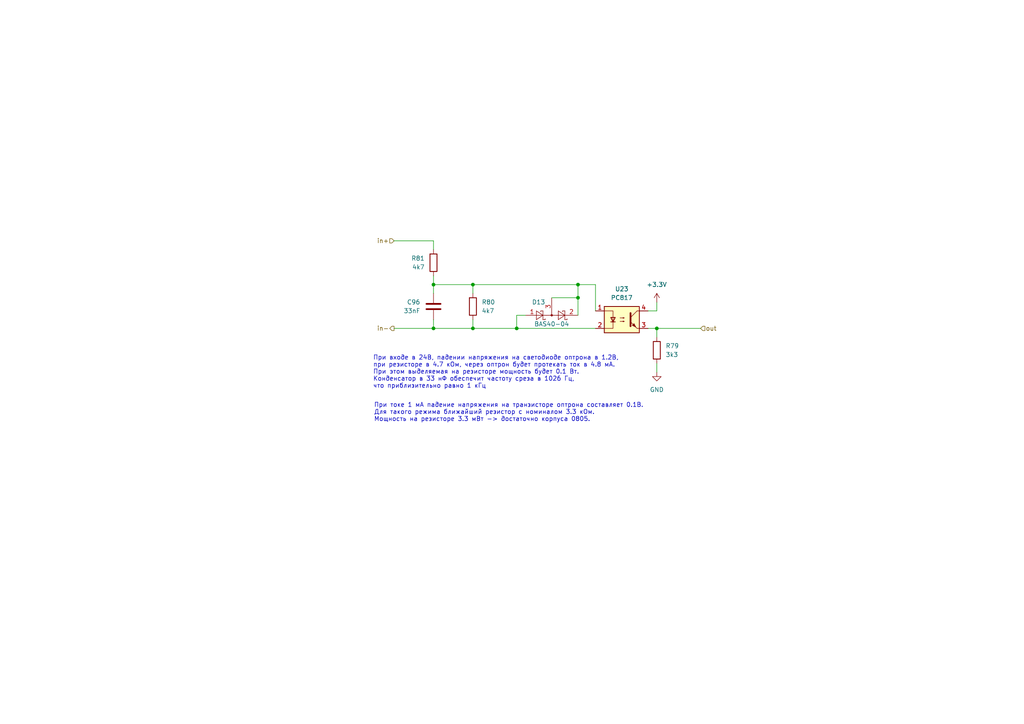
<source format=kicad_sch>
(kicad_sch (version 20231120) (generator "eeschema") (generator_version "8.0")
  (paper "A4")
  (lib_symbols
    (symbol "Device:C" (pin_numbers hide) (pin_names (offset 0.254))
      (property "Reference" "C" (at 0.635 2.54 0))
      (property "Value" "C" (at 0.635 -2.54 0))
      (symbol "C_0_1"
        (polyline (pts (xy -2.032 -0.762) (xy 2.032 -0.762)) (stroke (width 0.508)))
        (polyline (pts (xy -2.032 0.762) (xy 2.032 0.762)) (stroke (width 0.508)))
      )
      (symbol "C_1_1"
        (pin passive line (at 0 3.81 270) (length 2.794) (name "~") (number "1"))
        (pin passive line (at 0 -3.81 90) (length 2.794) (name "~") (number "2"))
      )
    )
    (symbol "Device:R" (pin_numbers hide) (pin_names (offset 0))
      (property "Reference" "R" (at 2.032 0 90))
      (property "Value" "R" (at 0 0 90))
      (symbol "R_0_1"
        (rectangle (start -1.016 -2.54) (end 1.016 2.54) (stroke (width 0.254)))
      )
      (symbol "R_1_1"
        (pin passive line (at 0 3.81 270) (length 1.27) (name "~") (number "1"))
        (pin passive line (at 0 -3.81 90) (length 1.27) (name "~") (number "2"))
      )
    )
    (symbol "Diode:BAS40-04" (pin_names (offset 1.016))
      (property "Reference" "D" (at 0.635 -1.27 0))
      (property "Value" "BAS40-04" (at -6.35 5.715 0))
      (symbol "BAS40-04_0_1"
        (polyline (pts (xy -3.81 2.54) (xy -1.27 2.54)))
        (polyline (pts (xy -3.175 1.27) (xy -3.175 1.524)))
        (polyline (pts (xy -2.54 1.27) (xy -3.175 1.27)))
        (polyline (pts (xy -2.54 1.27) (xy -2.54 3.81)))
        (polyline (pts (xy -2.54 3.81) (xy -1.905 3.81)))
        (polyline (pts (xy -1.905 2.54) (xy 1.905 2.54)))
        (polyline (pts (xy -1.905 3.81) (xy -1.905 3.556)))
        (polyline (pts (xy 1.27 2.54) (xy 3.81 2.54)))
        (polyline (pts (xy 3.175 1.27) (xy 3.175 1.524)))
        (polyline (pts (xy 3.81 1.27) (xy 3.175 1.27)))
        (polyline (pts (xy 3.81 1.27) (xy 3.81 3.81)))
        (polyline (pts (xy 3.81 3.81) (xy 4.445 3.81)))
        (polyline (pts (xy 4.445 3.81) (xy 4.445 3.556)))
        (polyline (pts (xy -4.445 3.81) (xy -4.445 1.27) (xy -2.54 2.54) (xy -4.445 3.81)))
        (polyline (pts (xy 1.905 3.81) (xy 1.905 1.27) (xy 3.81 2.54) (xy 1.905 3.81)))
        (circle (center 0 2.54) (radius 0.254) (fill (type outline)))
      )
      (symbol "BAS40-04_1_1"
        (pin passive line (at -7.62 2.54 0) (length 3.81) (name "~") (number "1"))
        (pin passive line (at 7.62 2.54 180) (length 3.81) (name "~") (number "2"))
        (pin passive line (at 0 -2.54 90) (length 5.08) (name "~") (number "3"))
      )
    )
    (symbol "Isolator:PC817" (pin_names (offset 1.016))
      (property "Reference" "U" (at -5.08 5.08 0))
      (property "Value" "PC817" (at 0 5.08 0))
      (symbol "PC817_0_1"
        (rectangle (start -5.08 3.81) (end 5.08 -3.81) (stroke (width 0.254)) (fill (type background)))
        (polyline (pts (xy -3.175 -0.635) (xy -1.905 -0.635)) (stroke (width 0.254)))
        (polyline (pts (xy 2.54 0.635) (xy 4.445 2.54)))
        (polyline (pts (xy 4.445 -2.54) (xy 2.54 -0.635)) (fill (type outline)))
        (polyline (pts (xy 4.445 -2.54) (xy 5.08 -2.54)))
        (polyline (pts (xy 4.445 2.54) (xy 5.08 2.54)))
        (polyline (pts (xy -5.08 2.54) (xy -2.54 2.54) (xy -2.54 -0.635)))
        (polyline (pts (xy -2.54 -0.635) (xy -2.54 -2.54) (xy -5.08 -2.54)))
        (polyline (pts (xy 2.54 1.905) (xy 2.54 -1.905) (xy 2.54 -1.905)) (stroke (width 0.508)))
        (polyline (pts (xy -2.54 -0.635) (xy -3.175 0.635) (xy -1.905 0.635) (xy -2.54 -0.635)) (stroke (width 0.254)))
        (polyline (pts (xy -0.508 -0.508) (xy 0.762 -0.508) (xy 0.381 -0.635) (xy 0.381 -0.381) (xy 0.762 -0.508)))
        (polyline (pts (xy -0.508 0.508) (xy 0.762 0.508) (xy 0.381 0.381) (xy 0.381 0.635) (xy 0.762 0.508)))
        (polyline (pts (xy 3.048 -1.651) (xy 3.556 -1.143) (xy 4.064 -2.159) (xy 3.048 -1.651) (xy 3.048 -1.651)) (fill (type outline)))
      )
      (symbol "PC817_1_1"
        (pin passive line (at -7.62 2.54 0) (length 2.54) (name "~") (number "1"))
        (pin passive line (at -7.62 -2.54 0) (length 2.54) (name "~") (number "2"))
        (pin passive line (at 7.62 -2.54 180) (length 2.54) (name "~") (number "3"))
        (pin passive line (at 7.62 2.54 180) (length 2.54) (name "~") (number "4"))
      )
    )
    (symbol "power:+3.3V" (power) (pin_numbers hide) (pin_names (offset 0) hide)
      (property "Value" "+3.3V" (at 0 3.556 0))
      (symbol "+3.3V_0_1"
        (polyline (pts (xy -0.762 1.27) (xy 0 2.54)))
        (polyline (pts (xy 0 0) (xy 0 2.54)))
        (polyline (pts (xy 0 2.54) (xy 0.762 1.27)))
      )
      (symbol "+3.3V_1_1"
        (pin power_in line (at 0 0 90) (length 0) (name "~") (number "1"))
      )
    )
    (symbol "power:GND" (power) (pin_numbers hide) (pin_names (offset 0) hide)
      (property "Value" "GND" (at 0 -3.81 0))
      (symbol "GND_0_1"
        (polyline (pts (xy 0 0) (xy 0 -1.27) (xy 1.27 -1.27) (xy 0 -2.54) (xy -1.27 -1.27) (xy 0 -1.27)))
      )
      (symbol "GND_1_1"
        (pin power_in line (at 0 0 270) (length 0) (name "~") (number "1"))
      )
    )
  )
  (junction (at 125.73 82.55))
  (junction (at 190.5 95.25))
  (junction (at 137.16 82.55))
  (junction (at 137.16 95.25))
  (junction (at 167.64 86.36))
  (junction (at 125.73 95.25))
  (junction (at 149.86 95.25))
  (junction (at 167.64 82.55))
  (wire (pts (xy 187.96 95.25) (xy 190.5 95.25)))
  (wire (pts (xy 190.5 87.63) (xy 190.5 90.17)))
  (wire (pts (xy 190.5 95.25) (xy 190.5 97.79)))
  (wire (pts (xy 125.73 72.39) (xy 125.73 69.85)))
  (wire (pts (xy 172.72 82.55) (xy 172.72 90.17)))
  (wire (pts (xy 190.5 95.25) (xy 203.2 95.25)))
  (wire (pts (xy 172.72 95.25) (xy 149.86 95.25)))
  (wire (pts (xy 137.16 82.55) (xy 125.73 82.55)))
  (wire (pts (xy 167.64 86.36) (xy 167.64 91.44)))
  (wire (pts (xy 167.64 82.55) (xy 137.16 82.55)))
  (wire (pts (xy 125.73 80.01) (xy 125.73 82.55)))
  (wire (pts (xy 125.73 92.71) (xy 125.73 95.25)))
  (wire (pts (xy 160.02 86.36) (xy 167.64 86.36)))
  (wire (pts (xy 137.16 82.55) (xy 137.16 85.09)))
  (wire (pts (xy 190.5 105.41) (xy 190.5 107.95)))
  (wire (pts (xy 190.5 90.17) (xy 187.96 90.17)))
  (wire (pts (xy 149.86 95.25) (xy 137.16 95.25)))
  (wire (pts (xy 152.4 91.44) (xy 149.86 91.44)))
  (wire (pts (xy 125.73 82.55) (xy 125.73 85.09)))
  (wire (pts (xy 167.64 82.55) (xy 167.64 86.36)))
  (wire (pts (xy 149.86 91.44) (xy 149.86 95.25)))
  (wire (pts (xy 125.73 95.25) (xy 114.3 95.25)))
  (wire (pts (xy 172.72 82.55) (xy 167.64 82.55)))
  (wire (pts (xy 137.16 95.25) (xy 125.73 95.25)))
  (wire (pts (xy 125.73 69.85) (xy 114.3 69.85)))
  (wire (pts (xy 137.16 92.71) (xy 137.16 95.25)))
  (text "При токе 1 мА падение напряжения на транзисторе оптрона составляет 0.1В.\nДля такого режима ближайший резистор с номиналом 3.3 кОм.\nМощность на резисторе 3.3 мВт -> достаточно корпуса 0805." (at 108.458 119.634 0) (effects (font (size 1.27 1.27)) (justify left)))
  (text "При входе в 24В, падении напряжения на светодиоде оптрона в 1.2В,\nпри резисторе в 4.7 кОм, через оптрон будет протекать ток в 4.8 мА.\nПри этом выделяемая на резисторе мощность будет 0.1 Вт.\nКонденсатор в 33 нФ обеспечит частоту среза в 1026 Гц,\nчто приблизительно равно 1 кГц" (at 108.204 107.95 0) (effects (font (size 1.27 1.27)) (justify left)))
  (hierarchical_label "in+" (shape input) (at 114.3 69.85 180))
  (hierarchical_label "in-" (shape output) (at 114.3 95.25 180))
  (hierarchical_label "out" (shape input) (at 203.2 95.25 0))
  (symbol (lib_id "Device:R") (at 137.16 88.9 0) (unit 1)
    (property "Reference" "R80" (at 139.7 87.6299 0) (effects (justify left)))
    (property "Value" "4k7" (at 139.7 90.1699 0) (effects (justify left)))
    (property "Footprint" "Resistor_SMD:R_0805_2012Metric" (effects (hide yes)))
    (property "Description" "Resistor" (effects (hide yes)))
    (instances (project "main" (path "" (reference "R80") (unit 1)) (path "" (reference "R77") (unit 1)) (path "" (reference "R74") (unit 1)) (path "" (reference "R83") (unit 1))))
  )
  (symbol (lib_id "Device:R") (at 125.73 76.2 0) (mirror y) (unit 1)
    (property "Reference" "R81" (at 123.19 74.9299 0) (effects (justify left)))
    (property "Value" "4k7" (at 123.19 77.4699 0) (effects (justify left)))
    (property "Footprint" "Resistor_SMD:R_1206_3216Metric" (effects (hide yes)))
    (property "Description" "Resistor" (effects (hide yes)))
    (instances (project "main" (path "" (reference "R81") (unit 1)) (path "" (reference "R78") (unit 1)) (path "" (reference "R147") (unit 1)) (path "" (reference "R84") (unit 1))))
  )
  (symbol (lib_id "power:GND") (at 190.5 107.95 0) (mirror y) (unit 1)
    (property "Reference" "#PWR0100" (effects (hide yes)))
    (property "Value" "GND" (at 190.5 113.03 0))
    (property "Description" "Power symbol creates a global label with name \"GND\" , ground" (effects (hide yes)))
    (instances (project "main" (path "" (reference "#PWR0100") (unit 1)) (path "" (reference "#PWR098") (unit 1)) (path "" (reference "#PWR096") (unit 1)) (path "" (reference "#PWR0102") (unit 1))))
  )
  (symbol (lib_id "Device:R") (at 190.5 101.6 180) (unit 1)
    (property "Reference" "R79" (at 193.04 100.3299 0) (effects (justify right)))
    (property "Value" "3k3" (at 193.04 102.8699 0) (effects (justify right)))
    (property "Footprint" "Resistor_SMD:R_0805_2012Metric" (effects (hide yes)))
    (property "Description" "Resistor" (effects (hide yes)))
    (instances (project "main" (path "" (reference "R79") (unit 1)) (path "" (reference "R76") (unit 1)) (path "" (reference "R75") (unit 1)) (path "" (reference "R82") (unit 1))))
  )
  (symbol (lib_id "power:+3.3V") (at 190.5 87.63 0) (mirror y) (unit 1)
    (property "Reference" "#PWR099" (effects (hide yes)))
    (property "Value" "+3.3V" (at 190.5 82.55 0))
    (property "Description" "Power symbol creates a global label with name \"+3.3V\"" (effects (hide yes)))
    (instances (project "main" (path "" (reference "#PWR099") (unit 1)) (path "" (reference "#PWR097") (unit 1)) (path "" (reference "#PWR095") (unit 1)) (path "" (reference "#PWR0101") (unit 1))))
  )
  (symbol (lib_id "Device:C") (at 125.73 88.9 0) (mirror y) (unit 1)
    (property "Reference" "C96" (at 121.92 87.6299 0) (effects (justify left)))
    (property "Value" "33nF" (at 121.92 90.1699 0) (effects (justify left)))
    (property "Footprint" "Capacitor_SMD:C_0805_2012Metric" (effects (hide yes)))
    (property "Description" "Unpolarized capacitor" (effects (hide yes)))
    (instances (project "main" (path "" (reference "C96") (unit 1)) (path "" (reference "C95") (unit 1)) (path "" (reference "C94") (unit 1)) (path "" (reference "C97") (unit 1))))
  )
  (symbol (lib_id "Diode:BAS40-04") (at 160.02 88.9 0) (mirror x) (unit 1)
    (property "Reference" "D13" (at 156.21 87.63 0))
    (property "Value" "BAS40-04" (at 160.02 93.98 0))
    (property "Footprint" "Package_TO_SOT_SMD:SOT-23" (effects (hide yes)))
    (property "Datasheet" "http://www.vishay.com/docs/85701/bas40v.pdf" (effects (hide yes)))
    (property "Description" "40V 0.2A Dual Small Signal Schottky Diodes" (effects (hide yes)))
    (instances (project "" (path "" (reference "D13") (unit 1)) (path "" (reference "D12") (unit 1)) (path "" (reference "D11") (unit 1)) (path "" (reference "D14") (unit 1))))
  )
  (symbol (lib_id "Isolator:PC817") (at 180.34 92.71 0) (unit 1)
    (property "Reference" "U23" (at 180.34 83.82 0))
    (property "Value" "PC817" (at 180.34 86.36 0))
    (property "Footprint" "Package_DIP:DIP-4_W7.62mm" (effects (hide yes)))
    (property "Datasheet" "http://www.soselectronic.cz/a_info/resource/d/pc817.pdf" (effects (hide yes)))
    (property "Description" "DC Optocoupler, Vce 35V, CTR 50-300%, DIP-4" (effects (hide yes)))
    (instances (project "main" (path "" (reference "U23") (unit 1)) (path "" (reference "U22") (unit 1)) (path "" (reference "U30") (unit 1)) (path "" (reference "U24") (unit 1))))
  )
)
</source>
